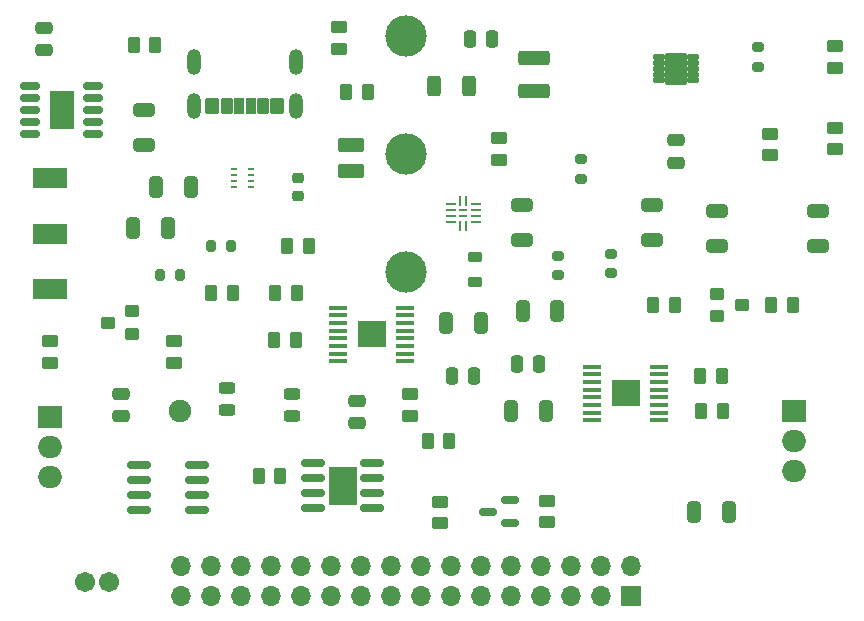
<source format=gbr>
%TF.GenerationSoftware,KiCad,Pcbnew,9.0.0*%
%TF.CreationDate,2025-04-06T21:49:29+02:00*%
%TF.ProjectId,_autosave-Innocent_schematic_without_fuse,5f617574-6f73-4617-9665-2d496e6e6f63,rev?*%
%TF.SameCoordinates,Original*%
%TF.FileFunction,Soldermask,Top*%
%TF.FilePolarity,Negative*%
%FSLAX46Y46*%
G04 Gerber Fmt 4.6, Leading zero omitted, Abs format (unit mm)*
G04 Created by KiCad (PCBNEW 9.0.0) date 2025-04-06 21:49:29*
%MOMM*%
%LPD*%
G01*
G04 APERTURE LIST*
G04 Aperture macros list*
%AMRoundRect*
0 Rectangle with rounded corners*
0 $1 Rounding radius*
0 $2 $3 $4 $5 $6 $7 $8 $9 X,Y pos of 4 corners*
0 Add a 4 corners polygon primitive as box body*
4,1,4,$2,$3,$4,$5,$6,$7,$8,$9,$2,$3,0*
0 Add four circle primitives for the rounded corners*
1,1,$1+$1,$2,$3*
1,1,$1+$1,$4,$5*
1,1,$1+$1,$6,$7*
1,1,$1+$1,$8,$9*
0 Add four rect primitives between the rounded corners*
20,1,$1+$1,$2,$3,$4,$5,0*
20,1,$1+$1,$4,$5,$6,$7,0*
20,1,$1+$1,$6,$7,$8,$9,0*
20,1,$1+$1,$8,$9,$2,$3,0*%
G04 Aperture macros list end*
%ADD10RoundRect,0.250000X0.450000X-0.262500X0.450000X0.262500X-0.450000X0.262500X-0.450000X-0.262500X0*%
%ADD11RoundRect,0.250000X0.325000X0.650000X-0.325000X0.650000X-0.325000X-0.650000X0.325000X-0.650000X0*%
%ADD12RoundRect,0.250000X1.075000X-0.375000X1.075000X0.375000X-1.075000X0.375000X-1.075000X-0.375000X0*%
%ADD13RoundRect,0.225000X-0.250000X0.225000X-0.250000X-0.225000X0.250000X-0.225000X0.250000X0.225000X0*%
%ADD14RoundRect,0.102000X0.450000X0.400000X-0.450000X0.400000X-0.450000X-0.400000X0.450000X-0.400000X0*%
%ADD15RoundRect,0.250000X0.475000X-0.250000X0.475000X0.250000X-0.475000X0.250000X-0.475000X-0.250000X0*%
%ADD16C,3.500000*%
%ADD17RoundRect,0.250000X0.312500X0.625000X-0.312500X0.625000X-0.312500X-0.625000X0.312500X-0.625000X0*%
%ADD18R,0.812800X0.254000*%
%ADD19R,0.254000X0.812800*%
%ADD20R,0.700000X0.250000*%
%ADD21RoundRect,0.250000X-0.250000X-0.475000X0.250000X-0.475000X0.250000X0.475000X-0.250000X0.475000X0*%
%ADD22RoundRect,0.250000X0.262500X0.450000X-0.262500X0.450000X-0.262500X-0.450000X0.262500X-0.450000X0*%
%ADD23RoundRect,0.218750X0.381250X-0.218750X0.381250X0.218750X-0.381250X0.218750X-0.381250X-0.218750X0*%
%ADD24RoundRect,0.200000X-0.275000X0.200000X-0.275000X-0.200000X0.275000X-0.200000X0.275000X0.200000X0*%
%ADD25RoundRect,0.250000X-0.650000X0.325000X-0.650000X-0.325000X0.650000X-0.325000X0.650000X0.325000X0*%
%ADD26RoundRect,0.250000X-0.450000X0.262500X-0.450000X-0.262500X0.450000X-0.262500X0.450000X0.262500X0*%
%ADD27C,1.712000*%
%ADD28RoundRect,0.250000X0.650000X-0.325000X0.650000X0.325000X-0.650000X0.325000X-0.650000X-0.325000X0*%
%ADD29R,0.600000X0.250000*%
%ADD30RoundRect,0.250000X-0.262500X-0.450000X0.262500X-0.450000X0.262500X0.450000X-0.262500X0.450000X0*%
%ADD31RoundRect,0.250000X0.850000X-0.375000X0.850000X0.375000X-0.850000X0.375000X-0.850000X-0.375000X0*%
%ADD32RoundRect,0.243750X-0.456250X0.243750X-0.456250X-0.243750X0.456250X-0.243750X0.456250X0.243750X0*%
%ADD33R,3.000000X1.800000*%
%ADD34RoundRect,0.058000X-0.449000X-0.174000X0.449000X-0.174000X0.449000X0.174000X-0.449000X0.174000X0*%
%ADD35RoundRect,0.102000X-0.815000X-1.240000X0.815000X-1.240000X0.815000X1.240000X-0.815000X1.240000X0*%
%ADD36RoundRect,0.200000X0.275000X-0.200000X0.275000X0.200000X-0.275000X0.200000X-0.275000X-0.200000X0*%
%ADD37RoundRect,0.200000X-0.200000X-0.275000X0.200000X-0.275000X0.200000X0.275000X-0.200000X0.275000X0*%
%ADD38R,2.460000X2.310000*%
%ADD39RoundRect,0.100000X0.687500X0.100000X-0.687500X0.100000X-0.687500X-0.100000X0.687500X-0.100000X0*%
%ADD40RoundRect,0.150000X0.825000X0.150000X-0.825000X0.150000X-0.825000X-0.150000X0.825000X-0.150000X0*%
%ADD41RoundRect,0.250000X-0.325000X-0.650000X0.325000X-0.650000X0.325000X0.650000X-0.325000X0.650000X0*%
%ADD42C,1.905000*%
%ADD43RoundRect,0.150000X0.587500X0.150000X-0.587500X0.150000X-0.587500X-0.150000X0.587500X-0.150000X0*%
%ADD44RoundRect,0.100000X-0.687500X-0.100000X0.687500X-0.100000X0.687500X0.100000X-0.687500X0.100000X0*%
%ADD45R,2.000000X1.905000*%
%ADD46O,2.000000X1.905000*%
%ADD47RoundRect,0.102000X-0.450000X-0.400000X0.450000X-0.400000X0.450000X0.400000X-0.450000X0.400000X0*%
%ADD48RoundRect,0.250000X0.250000X0.475000X-0.250000X0.475000X-0.250000X-0.475000X0.250000X-0.475000X0*%
%ADD49RoundRect,0.102000X0.350000X0.575000X-0.350000X0.575000X-0.350000X-0.575000X0.350000X-0.575000X0*%
%ADD50RoundRect,0.102000X0.400000X0.575000X-0.400000X0.575000X-0.400000X-0.575000X0.400000X-0.575000X0*%
%ADD51RoundRect,0.102000X0.450000X0.575000X-0.450000X0.575000X-0.450000X-0.575000X0.450000X-0.575000X0*%
%ADD52O,1.204000X2.204000*%
%ADD53R,2.410000X3.300000*%
%ADD54RoundRect,0.150000X-0.687500X-0.150000X0.687500X-0.150000X0.687500X0.150000X-0.687500X0.150000X0*%
%ADD55R,2.100000X3.300000*%
%ADD56RoundRect,0.243750X0.456250X-0.243750X0.456250X0.243750X-0.456250X0.243750X-0.456250X-0.243750X0*%
%ADD57R,1.700000X1.700000*%
%ADD58O,1.700000X1.700000*%
G04 APERTURE END LIST*
D10*
%TO.C,R11*%
X182500000Y-63912500D03*
X182500000Y-62087500D03*
%TD*%
D11*
%TO.C,C2*%
X127975000Y-74000000D03*
X125025000Y-74000000D03*
%TD*%
D12*
%TO.C,L3*%
X157000000Y-65900000D03*
X157000000Y-63100000D03*
%TD*%
D13*
%TO.C,C5*%
X137000000Y-73225000D03*
X137000000Y-74775000D03*
%TD*%
D10*
%TO.C,R10*%
X154000000Y-71737500D03*
X154000000Y-69912500D03*
%TD*%
D14*
%TO.C,Q3*%
X172500000Y-83050000D03*
X172500000Y-84950000D03*
X174600000Y-84000000D03*
%TD*%
D15*
%TO.C,C1*%
X115500000Y-62450000D03*
X115500000Y-60550000D03*
%TD*%
D16*
%TO.C,H3*%
X146180000Y-71200000D03*
%TD*%
D17*
%TO.C,R27*%
X151462500Y-65500000D03*
X148537500Y-65500000D03*
%TD*%
D18*
%TO.C,U3*%
X149945900Y-75499999D03*
X149945900Y-76000000D03*
X149945900Y-76500000D03*
X149945900Y-77000001D03*
D19*
X150750000Y-77304100D03*
X151250000Y-77304100D03*
D18*
X152054100Y-77000001D03*
X152054100Y-76500000D03*
X152054100Y-76000000D03*
X152054100Y-75499999D03*
D19*
X151250000Y-75195900D03*
X150750000Y-75195900D03*
D20*
X151000000Y-76000000D03*
X151000000Y-76500000D03*
%TD*%
D15*
%TO.C,C7*%
X142000000Y-94000000D03*
X142000000Y-92100000D03*
%TD*%
D21*
%TO.C,C6*%
X151550000Y-61500000D03*
X153450000Y-61500000D03*
%TD*%
D22*
%TO.C,R21*%
X149825000Y-95500000D03*
X148000000Y-95500000D03*
%TD*%
D23*
%TO.C,L2*%
X152000000Y-82062500D03*
X152000000Y-79937500D03*
%TD*%
D24*
%TO.C,R28*%
X161000000Y-71675000D03*
X161000000Y-73325000D03*
%TD*%
D25*
%TO.C,C8*%
X172500000Y-76025000D03*
X172500000Y-78975000D03*
%TD*%
D15*
%TO.C,C13*%
X122000000Y-93450000D03*
X122000000Y-91550000D03*
%TD*%
D10*
%TO.C,R18*%
X126500000Y-88912500D03*
X126500000Y-87087500D03*
%TD*%
D22*
%TO.C,R16*%
X172912500Y-90000000D03*
X171087500Y-90000000D03*
%TD*%
D15*
%TO.C,C12*%
X169000000Y-71950000D03*
X169000000Y-70050000D03*
%TD*%
D26*
%TO.C,R7*%
X146500000Y-91587500D03*
X146500000Y-93412500D03*
%TD*%
D27*
%TO.C,P2*%
X119000000Y-107500000D03*
X121000000Y-107500000D03*
%TD*%
D28*
%TO.C,C10*%
X167000000Y-78475000D03*
X167000000Y-75525000D03*
%TD*%
D29*
%TO.C,IC1*%
X133000000Y-74000000D03*
X133000000Y-73500000D03*
X133000000Y-73000000D03*
X133000000Y-72500000D03*
X131600000Y-72500000D03*
X131600000Y-73000000D03*
X131600000Y-73500000D03*
X131600000Y-74000000D03*
%TD*%
D30*
%TO.C,R17*%
X167087500Y-84000000D03*
X168912500Y-84000000D03*
%TD*%
D31*
%TO.C,L1*%
X141500000Y-72650000D03*
X141500000Y-70500000D03*
%TD*%
D21*
%TO.C,C17*%
X155550000Y-89000000D03*
X157450000Y-89000000D03*
%TD*%
D22*
%TO.C,R13*%
X136912500Y-83000000D03*
X135087500Y-83000000D03*
%TD*%
D32*
%TO.C,LED1*%
X136500000Y-91562500D03*
X136500000Y-93437500D03*
%TD*%
D33*
%TO.C,SW1*%
X116000000Y-73300000D03*
X116000000Y-78000000D03*
X116000000Y-82700000D03*
%TD*%
D26*
%TO.C,R23*%
X158062500Y-100587500D03*
X158062500Y-102412500D03*
%TD*%
D34*
%TO.C,U4*%
X167555000Y-63000000D03*
X167555000Y-63500000D03*
X167555000Y-64000000D03*
X167555000Y-64500000D03*
X167555000Y-65000000D03*
X170445000Y-65000000D03*
X170445000Y-64500000D03*
X170445000Y-64000000D03*
X170445000Y-63500000D03*
X170445000Y-63000000D03*
D35*
X169000000Y-64000000D03*
%TD*%
D22*
%TO.C,R2*%
X124912500Y-62000000D03*
X123087500Y-62000000D03*
%TD*%
D36*
%TO.C,R9*%
X163500000Y-81325000D03*
X163500000Y-79675000D03*
%TD*%
D10*
%TO.C,R26*%
X182500000Y-70825000D03*
X182500000Y-69000000D03*
%TD*%
D37*
%TO.C,R5*%
X129675000Y-79000000D03*
X131325000Y-79000000D03*
%TD*%
D10*
%TO.C,R1*%
X140500000Y-62325000D03*
X140500000Y-60500000D03*
%TD*%
D38*
%TO.C,U7*%
X164750000Y-91500000D03*
D39*
X167612500Y-93775000D03*
X167612500Y-93125000D03*
X167612500Y-92475000D03*
X167612500Y-91825000D03*
X167612500Y-91175000D03*
X167612500Y-90525000D03*
X167612500Y-89875000D03*
X167612500Y-89225000D03*
X161887500Y-89225000D03*
X161887500Y-89875000D03*
X161887500Y-90525000D03*
X161887500Y-91175000D03*
X161887500Y-91825000D03*
X161887500Y-92475000D03*
X161887500Y-93125000D03*
X161887500Y-93775000D03*
%TD*%
D22*
%TO.C,R8*%
X142912500Y-66000000D03*
X141087500Y-66000000D03*
%TD*%
D26*
%TO.C,R22*%
X149000000Y-100675000D03*
X149000000Y-102500000D03*
%TD*%
D40*
%TO.C,U5*%
X128475000Y-101405000D03*
X128475000Y-100135000D03*
X128475000Y-98865000D03*
X128475000Y-97595000D03*
X123525000Y-97595000D03*
X123525000Y-98865000D03*
X123525000Y-100135000D03*
X123525000Y-101405000D03*
%TD*%
D41*
%TO.C,C4*%
X123025000Y-77500000D03*
X125975000Y-77500000D03*
%TD*%
D42*
%TO.C,TP1*%
X127000000Y-93000000D03*
%TD*%
D16*
%TO.C,H4*%
X146180000Y-81200000D03*
%TD*%
D22*
%TO.C,R15*%
X173000000Y-93000000D03*
X171175000Y-93000000D03*
%TD*%
D41*
%TO.C,C18*%
X155025000Y-93000000D03*
X157975000Y-93000000D03*
%TD*%
D43*
%TO.C,Q5*%
X155000000Y-102450000D03*
X155000000Y-100550000D03*
X153125000Y-101500000D03*
%TD*%
D38*
%TO.C,U6*%
X143250000Y-86500000D03*
D44*
X140387500Y-84225000D03*
X140387500Y-84875000D03*
X140387500Y-85525000D03*
X140387500Y-86175000D03*
X140387500Y-86825000D03*
X140387500Y-87475000D03*
X140387500Y-88125000D03*
X140387500Y-88775000D03*
X146112500Y-88775000D03*
X146112500Y-88125000D03*
X146112500Y-87475000D03*
X146112500Y-86825000D03*
X146112500Y-86175000D03*
X146112500Y-85525000D03*
X146112500Y-84875000D03*
X146112500Y-84225000D03*
%TD*%
D22*
%TO.C,R14*%
X136825000Y-87000000D03*
X135000000Y-87000000D03*
%TD*%
D45*
%TO.C,Q1*%
X116055000Y-93460000D03*
D46*
X116055000Y-96000000D03*
X116055000Y-98540000D03*
%TD*%
D47*
%TO.C,Q2*%
X123000000Y-86450000D03*
X123000000Y-84550000D03*
X120900000Y-85500000D03*
%TD*%
D30*
%TO.C,R19*%
X177087500Y-84000000D03*
X178912500Y-84000000D03*
%TD*%
D45*
%TO.C,Q4*%
X179000000Y-93000000D03*
D46*
X179000000Y-95540000D03*
X179000000Y-98080000D03*
%TD*%
D16*
%TO.C,H2*%
X146180000Y-61200000D03*
%TD*%
D30*
%TO.C,R4*%
X129675000Y-83000000D03*
X131500000Y-83000000D03*
%TD*%
D28*
%TO.C,C16*%
X156000000Y-78475000D03*
X156000000Y-75525000D03*
%TD*%
D24*
%TO.C,R25*%
X176000000Y-62175000D03*
X176000000Y-63825000D03*
%TD*%
D37*
%TO.C,R24*%
X125350000Y-81500000D03*
X127000000Y-81500000D03*
%TD*%
D30*
%TO.C,R6*%
X133675000Y-98500000D03*
X135500000Y-98500000D03*
%TD*%
D24*
%TO.C,R29*%
X159000000Y-79850000D03*
X159000000Y-81500000D03*
%TD*%
D48*
%TO.C,C14*%
X151950000Y-90000000D03*
X150050000Y-90000000D03*
%TD*%
D11*
%TO.C,C15*%
X152475000Y-85500000D03*
X149525000Y-85500000D03*
%TD*%
D26*
%TO.C,R12*%
X177000000Y-69500000D03*
X177000000Y-71325000D03*
%TD*%
D11*
%TO.C,C11*%
X173475000Y-101500000D03*
X170525000Y-101500000D03*
%TD*%
D28*
%TO.C,C3*%
X181000000Y-78975000D03*
X181000000Y-76025000D03*
%TD*%
D49*
%TO.C,J2*%
X133000000Y-67205000D03*
D50*
X130980000Y-67205000D03*
D51*
X129750000Y-67205000D03*
D49*
X132000000Y-67205000D03*
D50*
X134020000Y-67205000D03*
D51*
X135250000Y-67205000D03*
D52*
X136820000Y-67200000D03*
X128180000Y-67200000D03*
X136820000Y-63400000D03*
X128180000Y-63400000D03*
%TD*%
D40*
%TO.C,U2*%
X143275000Y-101205000D03*
X143275000Y-99935000D03*
X143275000Y-98665000D03*
X143275000Y-97395000D03*
X138325000Y-97395000D03*
X138325000Y-98665000D03*
X138325000Y-99935000D03*
X138325000Y-101205000D03*
D53*
X140800000Y-99300000D03*
%TD*%
D54*
%TO.C,U1*%
X114362500Y-65500000D03*
X114362500Y-66500000D03*
X114362500Y-67500000D03*
X114362500Y-68500000D03*
X114362500Y-69500000D03*
X119637500Y-69500000D03*
X119637500Y-68500000D03*
X119637500Y-67500000D03*
X119637500Y-66500000D03*
X119637500Y-65500000D03*
D55*
X117000000Y-67500000D03*
%TD*%
D28*
%TO.C,C9*%
X124000000Y-70475000D03*
X124000000Y-67525000D03*
%TD*%
D22*
%TO.C,R3*%
X137912500Y-79000000D03*
X136087500Y-79000000D03*
%TD*%
D41*
%TO.C,C19*%
X156025000Y-84500000D03*
X158975000Y-84500000D03*
%TD*%
D56*
%TO.C,LED2*%
X131000000Y-92937500D03*
X131000000Y-91062500D03*
%TD*%
D26*
%TO.C,R20*%
X116000000Y-87087500D03*
X116000000Y-88912500D03*
%TD*%
D57*
%TO.C,J1*%
X165230000Y-108665000D03*
D58*
X165230000Y-106125000D03*
X162690000Y-108665000D03*
X162690000Y-106125000D03*
X160150000Y-108665000D03*
X160150000Y-106125000D03*
X157610000Y-108665000D03*
X157610000Y-106125000D03*
X155070000Y-108665000D03*
X155070000Y-106125000D03*
X152530000Y-108665000D03*
X152530000Y-106125000D03*
X149990000Y-108665000D03*
X149990000Y-106125000D03*
X147450000Y-108665000D03*
X147450000Y-106125000D03*
X144910000Y-108665000D03*
X144910000Y-106125000D03*
X142370000Y-108665000D03*
X142370000Y-106125000D03*
X139830000Y-108665000D03*
X139830000Y-106125000D03*
X137290000Y-108665000D03*
X137290000Y-106125000D03*
X134750000Y-108665000D03*
X134750000Y-106125000D03*
X132210000Y-108665000D03*
X132210000Y-106125000D03*
X129670000Y-108665000D03*
X129670000Y-106125000D03*
X127130000Y-108665000D03*
X127130000Y-106125000D03*
%TD*%
M02*

</source>
